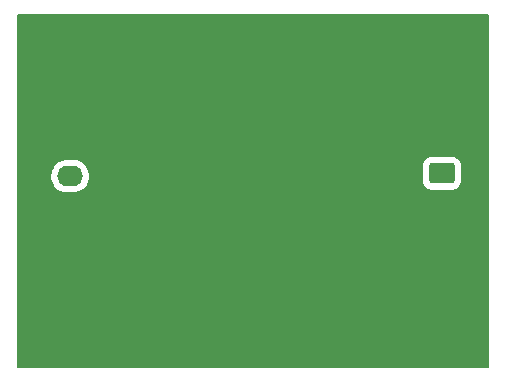
<source format=gbl>
G04 #@! TF.GenerationSoftware,KiCad,Pcbnew,(7.0.0)*
G04 #@! TF.CreationDate,2023-03-31T08:30:06+02:00*
G04 #@! TF.ProjectId,MP2393,4d503233-3933-42e6-9b69-6361645f7063,rev?*
G04 #@! TF.SameCoordinates,Original*
G04 #@! TF.FileFunction,Copper,L2,Bot*
G04 #@! TF.FilePolarity,Positive*
%FSLAX46Y46*%
G04 Gerber Fmt 4.6, Leading zero omitted, Abs format (unit mm)*
G04 Created by KiCad (PCBNEW (7.0.0)) date 2023-03-31 08:30:06*
%MOMM*%
%LPD*%
G01*
G04 APERTURE LIST*
G04 Aperture macros list*
%AMRoundRect*
0 Rectangle with rounded corners*
0 $1 Rounding radius*
0 $2 $3 $4 $5 $6 $7 $8 $9 X,Y pos of 4 corners*
0 Add a 4 corners polygon primitive as box body*
4,1,4,$2,$3,$4,$5,$6,$7,$8,$9,$2,$3,0*
0 Add four circle primitives for the rounded corners*
1,1,$1+$1,$2,$3*
1,1,$1+$1,$4,$5*
1,1,$1+$1,$6,$7*
1,1,$1+$1,$8,$9*
0 Add four rect primitives between the rounded corners*
20,1,$1+$1,$2,$3,$4,$5,0*
20,1,$1+$1,$4,$5,$6,$7,0*
20,1,$1+$1,$6,$7,$8,$9,0*
20,1,$1+$1,$8,$9,$2,$3,0*%
G04 Aperture macros list end*
G04 #@! TA.AperFunction,ComponentPad*
%ADD10C,0.500000*%
G04 #@! TD*
G04 #@! TA.AperFunction,SMDPad,CuDef*
%ADD11R,4.400000X1.800000*%
G04 #@! TD*
G04 #@! TA.AperFunction,ComponentPad*
%ADD12C,2.500000*%
G04 #@! TD*
G04 #@! TA.AperFunction,ComponentPad*
%ADD13RoundRect,0.250000X-0.845000X0.620000X-0.845000X-0.620000X0.845000X-0.620000X0.845000X0.620000X0*%
G04 #@! TD*
G04 #@! TA.AperFunction,ComponentPad*
%ADD14O,2.190000X1.740000*%
G04 #@! TD*
G04 #@! TA.AperFunction,ComponentPad*
%ADD15RoundRect,0.250000X0.845000X-0.620000X0.845000X0.620000X-0.845000X0.620000X-0.845000X-0.620000X0*%
G04 #@! TD*
G04 #@! TA.AperFunction,ViaPad*
%ADD16C,0.800000*%
G04 #@! TD*
G04 APERTURE END LIST*
D10*
X132050000Y-20650000D03*
X133350000Y-20650000D03*
X134650000Y-20650000D03*
X135950000Y-20650000D03*
D11*
X133999999Y-19999999D03*
D12*
X134000000Y-20000000D03*
D10*
X132050000Y-19350000D03*
X134650000Y-19350000D03*
X135950000Y-19350000D03*
D13*
X156000000Y-18500000D03*
D14*
X155999999Y-21039999D03*
D15*
X124520000Y-21270000D03*
D14*
X124519999Y-18729999D03*
D16*
X132000000Y-31000000D03*
X129000000Y-7000000D03*
X128000000Y-31000000D03*
X129000000Y-9000000D03*
X134000000Y-31000000D03*
X143000000Y-19000000D03*
X153000000Y-9000000D03*
X126000000Y-31000000D03*
X153000000Y-7000000D03*
X133000000Y-11000000D03*
X151000000Y-31000000D03*
X155000000Y-13000000D03*
X157000000Y-13000000D03*
X159000000Y-9000000D03*
X125000000Y-7000000D03*
X141000000Y-19000000D03*
X129000000Y-11000000D03*
X123000000Y-11000000D03*
X157000000Y-9000000D03*
X155000000Y-31000000D03*
X127000000Y-7000000D03*
X149000000Y-33000000D03*
X159000000Y-7000000D03*
X159000000Y-33000000D03*
X137000000Y-21000000D03*
X133000000Y-7000000D03*
X141000000Y-17000000D03*
X123000000Y-7000000D03*
X124000000Y-33000000D03*
X139000000Y-19000000D03*
X127000000Y-17000000D03*
X157000000Y-11000000D03*
X153000000Y-31000000D03*
X157000000Y-7000000D03*
X127000000Y-11000000D03*
X129000000Y-21000000D03*
X151000000Y-33000000D03*
X151000000Y-9000000D03*
X151000000Y-11000000D03*
X125000000Y-11000000D03*
X131000000Y-11000000D03*
X134000000Y-33000000D03*
X131000000Y-21000000D03*
X137000000Y-19000000D03*
X149000000Y-31000000D03*
X159000000Y-11000000D03*
X157000000Y-15000000D03*
X129000000Y-19000000D03*
X126000000Y-33000000D03*
X128000000Y-33000000D03*
X157000000Y-33000000D03*
X123000000Y-9000000D03*
X125000000Y-9000000D03*
X155000000Y-15000000D03*
X153000000Y-13000000D03*
X131000000Y-7000000D03*
X159000000Y-13000000D03*
X157000000Y-31000000D03*
X159000000Y-15000000D03*
X149000000Y-7000000D03*
X129000000Y-17000000D03*
X155000000Y-33000000D03*
X131000000Y-9000000D03*
X159000000Y-31000000D03*
X153000000Y-11000000D03*
X153000000Y-33000000D03*
X130000000Y-33000000D03*
X132000000Y-33000000D03*
X127000000Y-15000000D03*
X153000000Y-15000000D03*
X139000000Y-17000000D03*
X125500000Y-16500000D03*
X155000000Y-11000000D03*
X149000000Y-9000000D03*
X131000000Y-19000000D03*
X133000000Y-9000000D03*
X151000000Y-7000000D03*
X124000000Y-31000000D03*
X143000000Y-17000000D03*
X130000000Y-31000000D03*
X127000000Y-9000000D03*
X155000000Y-7000000D03*
X155000000Y-9000000D03*
G04 #@! TA.AperFunction,Conductor*
G36*
X159936500Y-5017381D02*
G01*
X159982619Y-5063500D01*
X159999500Y-5126500D01*
X159999500Y-34873500D01*
X159982619Y-34936500D01*
X159936500Y-34982619D01*
X159873500Y-34999500D01*
X120126500Y-34999500D01*
X120063500Y-34982619D01*
X120017381Y-34936500D01*
X120000500Y-34873500D01*
X120000500Y-18671283D01*
X122912763Y-18671283D01*
X122912990Y-18676628D01*
X122912990Y-18676630D01*
X122922494Y-18900374D01*
X122922494Y-18900381D01*
X122922722Y-18905727D01*
X122923849Y-18910960D01*
X122923850Y-18910961D01*
X122971030Y-19129880D01*
X122971031Y-19129886D01*
X122972159Y-19135116D01*
X122974155Y-19140085D01*
X122974156Y-19140086D01*
X123057656Y-19347887D01*
X123057659Y-19347894D01*
X123059651Y-19352850D01*
X123062454Y-19357403D01*
X123062456Y-19357406D01*
X123125425Y-19459674D01*
X123182683Y-19552665D01*
X123337714Y-19728815D01*
X123520284Y-19876230D01*
X123725141Y-19990670D01*
X123946392Y-20068843D01*
X124177672Y-20108500D01*
X124800892Y-20108500D01*
X124803558Y-20108500D01*
X124978810Y-20093584D01*
X125205894Y-20034456D01*
X125419718Y-19937801D01*
X125614132Y-19806400D01*
X125783543Y-19644033D01*
X125923077Y-19455371D01*
X126028720Y-19245841D01*
X126052755Y-19167357D01*
X154396500Y-19167357D01*
X154396501Y-19170544D01*
X154396825Y-19173721D01*
X154396826Y-19173729D01*
X154404192Y-19245841D01*
X154407113Y-19274426D01*
X154409272Y-19280943D01*
X154409274Y-19280950D01*
X154434609Y-19357406D01*
X154462885Y-19442738D01*
X154466732Y-19448976D01*
X154466735Y-19448981D01*
X154473331Y-19459674D01*
X154555970Y-19593652D01*
X154681348Y-19719030D01*
X154687596Y-19722883D01*
X154687595Y-19722883D01*
X154826018Y-19808264D01*
X154826020Y-19808265D01*
X154832262Y-19812115D01*
X155000574Y-19867887D01*
X155104455Y-19878500D01*
X156895544Y-19878499D01*
X156999426Y-19867887D01*
X157167738Y-19812115D01*
X157318652Y-19719030D01*
X157444030Y-19593652D01*
X157537115Y-19442738D01*
X157592887Y-19274426D01*
X157603500Y-19170545D01*
X157603499Y-17829456D01*
X157592887Y-17725574D01*
X157537115Y-17557262D01*
X157444030Y-17406348D01*
X157318652Y-17280970D01*
X157312404Y-17277116D01*
X157173981Y-17191735D01*
X157173976Y-17191732D01*
X157167738Y-17187885D01*
X157160776Y-17185578D01*
X157160774Y-17185577D01*
X157005951Y-17134275D01*
X157005949Y-17134274D01*
X156999426Y-17132113D01*
X156992589Y-17131414D01*
X156992587Y-17131414D01*
X156898729Y-17121825D01*
X156898723Y-17121824D01*
X156895545Y-17121500D01*
X156892339Y-17121500D01*
X155107661Y-17121500D01*
X155107641Y-17121500D01*
X155104456Y-17121501D01*
X155101279Y-17121825D01*
X155101270Y-17121826D01*
X155007411Y-17131414D01*
X155007405Y-17131415D01*
X155000574Y-17132113D01*
X154994058Y-17134271D01*
X154994049Y-17134274D01*
X154839225Y-17185577D01*
X154839219Y-17185579D01*
X154832262Y-17187885D01*
X154826026Y-17191730D01*
X154826018Y-17191735D01*
X154687595Y-17277116D01*
X154687590Y-17277119D01*
X154681348Y-17280970D01*
X154676158Y-17286159D01*
X154676154Y-17286163D01*
X154561163Y-17401154D01*
X154561159Y-17401158D01*
X154555970Y-17406348D01*
X154552119Y-17412590D01*
X154552116Y-17412595D01*
X154466735Y-17551018D01*
X154466730Y-17551026D01*
X154462885Y-17557262D01*
X154460579Y-17564219D01*
X154460577Y-17564225D01*
X154409275Y-17719048D01*
X154407113Y-17725574D01*
X154406414Y-17732408D01*
X154406414Y-17732412D01*
X154396825Y-17826270D01*
X154396500Y-17829455D01*
X154396500Y-17832659D01*
X154396500Y-17832660D01*
X154396500Y-19167338D01*
X154396500Y-19167357D01*
X126052755Y-19167357D01*
X126097432Y-19021471D01*
X126127237Y-18788717D01*
X126117278Y-18554273D01*
X126067841Y-18324884D01*
X125980349Y-18107150D01*
X125857317Y-17907335D01*
X125702286Y-17731185D01*
X125519716Y-17583770D01*
X125461087Y-17551018D01*
X125319526Y-17471937D01*
X125319524Y-17471936D01*
X125314859Y-17469330D01*
X125309821Y-17467550D01*
X125309819Y-17467549D01*
X125098652Y-17392939D01*
X125098650Y-17392938D01*
X125093608Y-17391157D01*
X125088338Y-17390253D01*
X125088333Y-17390252D01*
X124867596Y-17352403D01*
X124867592Y-17352402D01*
X124862328Y-17351500D01*
X124236442Y-17351500D01*
X124233789Y-17351725D01*
X124233784Y-17351726D01*
X124066520Y-17365962D01*
X124066515Y-17365962D01*
X124061190Y-17366416D01*
X124056016Y-17367763D01*
X124056011Y-17367764D01*
X123839286Y-17424195D01*
X123839283Y-17424195D01*
X123834106Y-17425544D01*
X123829233Y-17427746D01*
X123829232Y-17427747D01*
X123625152Y-17519997D01*
X123625146Y-17520000D01*
X123620282Y-17522199D01*
X123615858Y-17525189D01*
X123615851Y-17525193D01*
X123430303Y-17650602D01*
X123430299Y-17650604D01*
X123425868Y-17653600D01*
X123422012Y-17657294D01*
X123422004Y-17657302D01*
X123260320Y-17812264D01*
X123260316Y-17812267D01*
X123256457Y-17815967D01*
X123253281Y-17820260D01*
X123253275Y-17820268D01*
X123120105Y-18000325D01*
X123120098Y-18000334D01*
X123116923Y-18004629D01*
X123114515Y-18009403D01*
X123114513Y-18009408D01*
X123013690Y-18209378D01*
X123013687Y-18209383D01*
X123011280Y-18214159D01*
X122942568Y-18438529D01*
X122941889Y-18443827D01*
X122941887Y-18443839D01*
X122913442Y-18665974D01*
X122913441Y-18665983D01*
X122912763Y-18671283D01*
X120000500Y-18671283D01*
X120000500Y-5126500D01*
X120017381Y-5063500D01*
X120063500Y-5017381D01*
X120126500Y-5000500D01*
X159873500Y-5000500D01*
X159936500Y-5017381D01*
G37*
G04 #@! TD.AperFunction*
M02*

</source>
